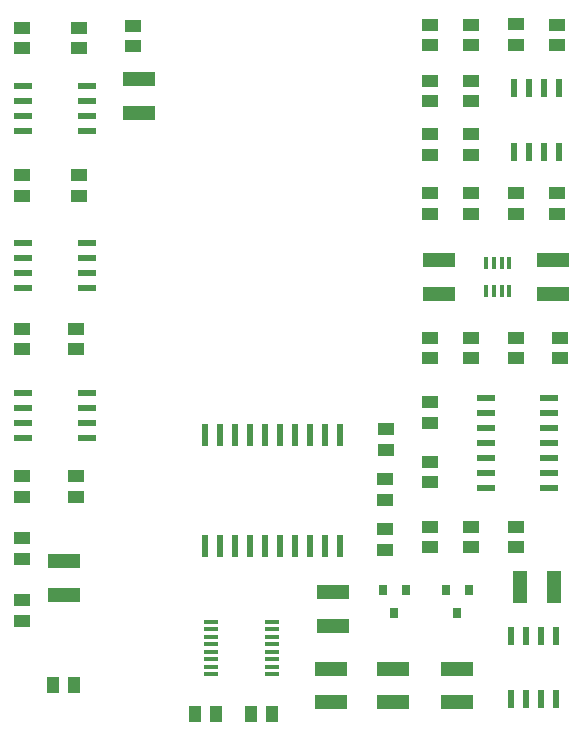
<source format=gtp>
G04 #@! TF.GenerationSoftware,KiCad,Pcbnew,5.0.0-rc2+dfsg1-3*
G04 #@! TF.CreationDate,2018-07-01T23:41:37-04:00*
G04 #@! TF.ProjectId,mystatv1,6D797374617476312E6B696361645F70,1*
G04 #@! TF.SameCoordinates,Original*
G04 #@! TF.FileFunction,Paste,Top*
G04 #@! TF.FilePolarity,Positive*
%FSLAX46Y46*%
G04 Gerber Fmt 4.6, Leading zero omitted, Abs format (unit mm)*
G04 Created by KiCad (PCBNEW 5.0.0-rc2+dfsg1-3) date Sun Jul  1 23:41:37 2018*
%MOMM*%
%LPD*%
G01*
G04 APERTURE LIST*
%ADD10R,1.400000X1.120000*%
%ADD11R,1.220000X2.700000*%
%ADD12R,2.700000X1.220000*%
%ADD13R,1.120000X1.400000*%
%ADD14R,0.800000X0.900000*%
%ADD15R,0.600000X1.550000*%
%ADD16R,0.600000X1.950000*%
%ADD17R,1.550000X0.600000*%
%ADD18R,1.200000X0.400000*%
%ADD19R,1.500000X0.600000*%
%ADD20R,0.400000X1.000000*%
G04 APERTURE END LIST*
D10*
G04 #@! TO.C,R17*
X93250000Y-68630000D03*
X93250000Y-66870000D03*
G04 #@! TD*
D11*
G04 #@! TO.C,C1*
X97376000Y-100203000D03*
X100236000Y-100203000D03*
G04 #@! TD*
D12*
G04 #@! TO.C,C2*
X90500000Y-75430000D03*
X90500000Y-72570000D03*
G04 #@! TD*
G04 #@! TO.C,C3*
X81534000Y-100678000D03*
X81534000Y-103538000D03*
G04 #@! TD*
G04 #@! TO.C,C4*
X81407000Y-107155000D03*
X81407000Y-110015000D03*
G04 #@! TD*
G04 #@! TO.C,C5*
X86614000Y-107155000D03*
X86614000Y-110015000D03*
G04 #@! TD*
G04 #@! TO.C,C6*
X92075000Y-107155000D03*
X92075000Y-110015000D03*
G04 #@! TD*
G04 #@! TO.C,C7*
X100203000Y-72570000D03*
X100203000Y-75430000D03*
G04 #@! TD*
G04 #@! TO.C,C8*
X58750000Y-100930000D03*
X58750000Y-98070000D03*
G04 #@! TD*
D10*
G04 #@! TO.C,C9*
X59750000Y-92630000D03*
X59750000Y-90870000D03*
G04 #@! TD*
G04 #@! TO.C,C10*
X59750000Y-80130000D03*
X59750000Y-78370000D03*
G04 #@! TD*
G04 #@! TO.C,C11*
X55245000Y-92630000D03*
X55245000Y-90870000D03*
G04 #@! TD*
G04 #@! TO.C,C12*
X60000000Y-54630000D03*
X60000000Y-52870000D03*
G04 #@! TD*
G04 #@! TO.C,C13*
X60000000Y-67130000D03*
X60000000Y-65370000D03*
G04 #@! TD*
G04 #@! TO.C,C14*
X55250000Y-97880000D03*
X55250000Y-96120000D03*
G04 #@! TD*
G04 #@! TO.C,C15*
X64643000Y-54474000D03*
X64643000Y-52714000D03*
G04 #@! TD*
G04 #@! TO.C,C16*
X55250000Y-80130000D03*
X55250000Y-78370000D03*
G04 #@! TD*
D13*
G04 #@! TO.C,C17*
X57870000Y-108500000D03*
X59630000Y-108500000D03*
G04 #@! TD*
D10*
G04 #@! TO.C,C18*
X55250000Y-101370000D03*
X55250000Y-103130000D03*
G04 #@! TD*
D12*
G04 #@! TO.C,C19*
X65151000Y-60071000D03*
X65151000Y-57211000D03*
G04 #@! TD*
D13*
G04 #@! TO.C,C20*
X69870000Y-111000000D03*
X71630000Y-111000000D03*
G04 #@! TD*
G04 #@! TO.C,C21*
X76380000Y-111000000D03*
X74620000Y-111000000D03*
G04 #@! TD*
D10*
G04 #@! TO.C,C22*
X89750000Y-68630000D03*
X89750000Y-66870000D03*
G04 #@! TD*
G04 #@! TO.C,C23*
X89750000Y-96880000D03*
X89750000Y-95120000D03*
G04 #@! TD*
G04 #@! TO.C,C24*
X93250000Y-80880000D03*
X93250000Y-79120000D03*
G04 #@! TD*
G04 #@! TO.C,C25*
X97000000Y-79120000D03*
X97000000Y-80880000D03*
G04 #@! TD*
G04 #@! TO.C,C26*
X97000000Y-96880000D03*
X97000000Y-95120000D03*
G04 #@! TD*
G04 #@! TO.C,C27*
X89750000Y-91380000D03*
X89750000Y-89620000D03*
G04 #@! TD*
G04 #@! TO.C,C28*
X93250000Y-59130000D03*
X93250000Y-57370000D03*
G04 #@! TD*
G04 #@! TO.C,C29*
X100500000Y-68630000D03*
X100500000Y-66870000D03*
G04 #@! TD*
D14*
G04 #@! TO.C,D1*
X86741000Y-102473000D03*
X85791000Y-100473000D03*
X87691000Y-100473000D03*
G04 #@! TD*
G04 #@! TO.C,D2*
X92075000Y-102473000D03*
X91125000Y-100473000D03*
X93025000Y-100473000D03*
G04 #@! TD*
D10*
G04 #@! TO.C,R1*
X55245000Y-67130000D03*
X55245000Y-65370000D03*
G04 #@! TD*
G04 #@! TO.C,R2*
X55250000Y-54630000D03*
X55250000Y-52870000D03*
G04 #@! TD*
G04 #@! TO.C,R3*
X89750000Y-59130000D03*
X89750000Y-57370000D03*
G04 #@! TD*
G04 #@! TO.C,R4*
X100750000Y-80880000D03*
X100750000Y-79120000D03*
G04 #@! TD*
G04 #@! TO.C,R5*
X89750000Y-80880000D03*
X89750000Y-79120000D03*
G04 #@! TD*
G04 #@! TO.C,R6*
X89750000Y-86351000D03*
X89750000Y-84591000D03*
G04 #@! TD*
G04 #@! TO.C,R7*
X89750000Y-63630000D03*
X89750000Y-61870000D03*
G04 #@! TD*
G04 #@! TO.C,R8*
X93250000Y-96880000D03*
X93250000Y-95120000D03*
G04 #@! TD*
G04 #@! TO.C,R9*
X89750000Y-54380000D03*
X89750000Y-52620000D03*
G04 #@! TD*
G04 #@! TO.C,R10*
X86000000Y-88630000D03*
X86000000Y-86870000D03*
G04 #@! TD*
G04 #@! TO.C,R11*
X85979000Y-92880000D03*
X85979000Y-91120000D03*
G04 #@! TD*
G04 #@! TO.C,R12*
X85979000Y-97130000D03*
X85979000Y-95370000D03*
G04 #@! TD*
G04 #@! TO.C,R13*
X97000000Y-54347000D03*
X97000000Y-52587000D03*
G04 #@! TD*
G04 #@! TO.C,R14*
X93218000Y-52620000D03*
X93218000Y-54380000D03*
G04 #@! TD*
G04 #@! TO.C,R15*
X93250000Y-63630000D03*
X93250000Y-61870000D03*
G04 #@! TD*
G04 #@! TO.C,R16*
X100500000Y-52620000D03*
X100500000Y-54380000D03*
G04 #@! TD*
G04 #@! TO.C,R18*
X97000000Y-68630000D03*
X97000000Y-66870000D03*
G04 #@! TD*
D15*
G04 #@! TO.C,U1*
X96647000Y-104361000D03*
X97917000Y-104361000D03*
X99187000Y-104361000D03*
X100457000Y-104361000D03*
X100457000Y-109761000D03*
X99187000Y-109761000D03*
X97917000Y-109761000D03*
X96647000Y-109761000D03*
G04 #@! TD*
D16*
G04 #@! TO.C,U2*
X82169000Y-96775000D03*
X80899000Y-96775000D03*
X79629000Y-96775000D03*
X78359000Y-96775000D03*
X77089000Y-96775000D03*
X75819000Y-96775000D03*
X74549000Y-96775000D03*
X73279000Y-96775000D03*
X72009000Y-96775000D03*
X70739000Y-96775000D03*
X70739000Y-87375000D03*
X72009000Y-87375000D03*
X73279000Y-87375000D03*
X74549000Y-87375000D03*
X75819000Y-87375000D03*
X77089000Y-87375000D03*
X78359000Y-87375000D03*
X79629000Y-87375000D03*
X80899000Y-87375000D03*
X82169000Y-87375000D03*
G04 #@! TD*
D17*
G04 #@! TO.C,U3*
X60700000Y-83845000D03*
X60700000Y-85115000D03*
X60700000Y-86385000D03*
X60700000Y-87655000D03*
X55300000Y-87655000D03*
X55300000Y-86385000D03*
X55300000Y-85115000D03*
X55300000Y-83845000D03*
G04 #@! TD*
G04 #@! TO.C,U4*
X60700000Y-71095000D03*
X60700000Y-72365000D03*
X60700000Y-73635000D03*
X60700000Y-74905000D03*
X55300000Y-74905000D03*
X55300000Y-73635000D03*
X55300000Y-72365000D03*
X55300000Y-71095000D03*
G04 #@! TD*
G04 #@! TO.C,U5*
X60700000Y-57845000D03*
X60700000Y-59115000D03*
X60700000Y-60385000D03*
X60700000Y-61655000D03*
X55300000Y-61655000D03*
X55300000Y-60385000D03*
X55300000Y-59115000D03*
X55300000Y-57845000D03*
G04 #@! TD*
D18*
G04 #@! TO.C,U6*
X76387000Y-103187500D03*
X76387000Y-103822500D03*
X76387000Y-104457500D03*
X76387000Y-105092500D03*
X76387000Y-105727500D03*
X76387000Y-106362500D03*
X76387000Y-106997500D03*
X76387000Y-107632500D03*
X71187000Y-107632500D03*
X71187000Y-106997500D03*
X71187000Y-106362500D03*
X71187000Y-105727500D03*
X71187000Y-105092500D03*
X71187000Y-104457500D03*
X71187000Y-103822500D03*
X71187000Y-103187500D03*
G04 #@! TD*
D19*
G04 #@! TO.C,U7*
X99855000Y-84201000D03*
X99855000Y-85471000D03*
X99855000Y-86741000D03*
X99855000Y-88011000D03*
X99855000Y-89281000D03*
X99855000Y-90551000D03*
X99855000Y-91821000D03*
X94455000Y-91821000D03*
X94455000Y-90551000D03*
X94455000Y-89281000D03*
X94455000Y-88011000D03*
X94455000Y-86741000D03*
X94455000Y-85471000D03*
X94455000Y-84201000D03*
G04 #@! TD*
D20*
G04 #@! TO.C,U8*
X96475000Y-75200000D03*
X95825000Y-75200000D03*
X94525000Y-75200000D03*
X95175000Y-75200000D03*
X94525000Y-72800000D03*
X95825000Y-72800000D03*
X95175000Y-72800000D03*
X96475000Y-72800000D03*
G04 #@! TD*
D15*
G04 #@! TO.C,U9*
X100711000Y-63406000D03*
X99441000Y-63406000D03*
X98171000Y-63406000D03*
X96901000Y-63406000D03*
X96901000Y-58006000D03*
X98171000Y-58006000D03*
X99441000Y-58006000D03*
X100711000Y-58006000D03*
G04 #@! TD*
M02*

</source>
